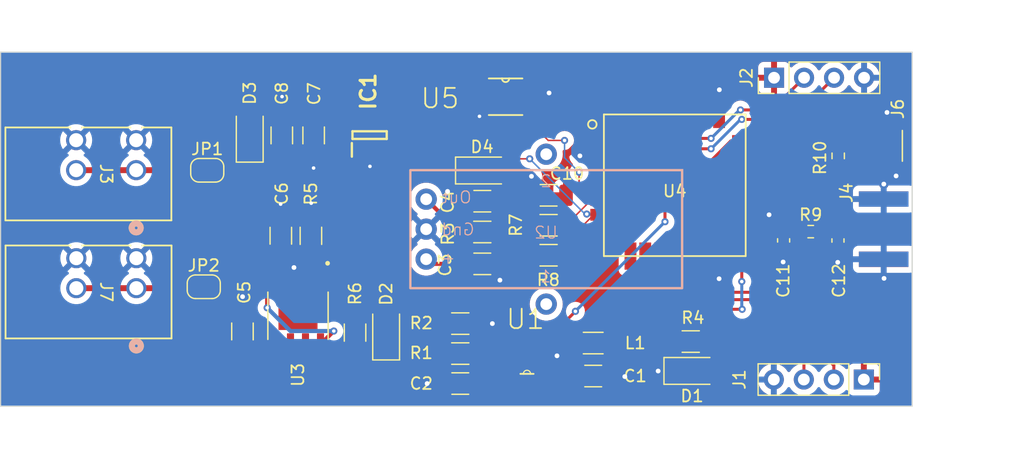
<source format=kicad_pcb>
(kicad_pcb (version 20221018) (generator pcbnew)
  (layers (0 "F.Cu" signal) (31 "B.Cu" signal) (34 "B.Paste" user) (35 "F.Paste" user) (36 "B.SilkS" user "B.Silkscreen") (37 "F.SilkS" user "F.Silkscreen") (38 "B.Mask" user) (39 "F.Mask" user) (44 "Edge.Cuts" user))
  (net 0 "")
  (net 1 "+3.3V")
  (net 2 "GND")
  (net 3 "+5V")
  (net 4 "CURRENT_SENSOR")
  (net 5 "BAT")
  (net 6 "Net-(JP2-B)")
  (net 7 "Net-(D3-K)")
  (net 8 "Net-(U4-RFIO)")
  (net 9 "Net-(J4-SIG)")
  (net 10 "Net-(D1-A)")
  (net 11 "Net-(D2-K)")
  (net 12 "Net-(D2-A)")
  (net 13 "Net-(D3-A)")
  (net 16 "RX")
  (net 17 "TX")
  (net 18 "SWDIO")
  (net 19 "SWCLK")
  (net 20 "Net-(J6-SIG)")
  (net 21 "Net-(JP2-A)")
  (net 22 "Net-(U1-SW)")
  (net 23 "Net-(U1-VFB)")
  (net 24 "Net-(U2-OUT)")
  (net 25 "LED")
  (net 26 "Net-(U3-PROG)")
  (net 27 "TEMP_SCL")
  (net 28 "TEMP_SDA")
  (net 29 "STEP-UP-EN")
  (footprint "Capacitor_SMD:C_1206_3216Metric" (layer "F.Cu") (at 103.32 143.665 90)
    (fp_text reference "C5" (at 3.302 0.15 90) (layer "F.SilkS"))
    (fp_text value "10uF")
    (pad "1" smd roundrect (at -1.475 0 90) (size 1.15 1.8) (layers "F.Cu" "F.Paste" "F.Mask") (roundrect_rratio 0.217391) (net 5 "BAT"))
    (pad "2" smd roundrect (at 1.475 0 90) (size 1.15 1.8) (layers "F.Cu" "F.Paste" "F.Mask") (roundrect_rratio 0.217391) (net 2 "GND"))
  )
  (footprint "KF141R-2-54-2P:CONN_KF141R_CKE" (layer "F.Cu") (at 94.326101 130 -90)
    (fp_text reference "J3" (at 0.32004 2.54 -90 unlocked) (layer "F.SilkS"))
    (fp_text value "KF141R-2.54-2P")
    (pad "1" thru_hole circle (at -2.54 0 270) (size 1.7018 1.7018) (drill 1.1938) (layers "*.Cu" "*.Mask") (net 2 "GND"))
    (pad "1" thru_hole circle (at -2.54 5.08 270) (size 1.7018 1.7018) (drill 1.1938) (layers "*.Cu" "*.Mask") (net 2 "GND"))
    (pad "2" thru_hole circle (at 0 0 270) (size 1.7018 1.7018) (drill 1.1938) (layers "*.Cu" "*.Mask" "B.Paste") (net 5 "BAT"))
    (pad "2" thru_hole circle (at 0 5.08 270) (size 1.7018 1.7018) (drill 1.1938) (layers "*.Cu" "*.Mask") (net 5 "BAT"))
  )
  (footprint "Capacitor_SMD:C_1206_3216Metric" (layer "F.Cu") (at 109.345 127.055 -90)
    (fp_text reference "C7" (at -3.53 -0.04 90) (layer "F.SilkS"))
    (fp_text value "2.2uF")
    (pad "1" smd roundrect (at -1.475 0 270) (size 1.15 1.8) (layers "F.Cu" "F.Paste" "F.Mask") (roundrect_rratio 0.217391) (net 1 "+3.3V"))
    (pad "2" smd roundrect (at 1.475 0 270) (size 1.15 1.8) (layers "F.Cu" "F.Paste" "F.Mask") (roundrect_rratio 0.217391) (net 2 "GND"))
  )
  (footprint "LM75BDP_118:SOP65P490X110-8N" (layer "F.Cu") (at 125.59 123.78)
    (fp_text reference "U5" (at -5.55 0.14) (layer "F.SilkS") (effects (font (size 1.642031 1.642031))))
    (fp_text value "LM75B")
    (pad "1" smd rect (at -2.2098 -0.9652) (size 1.4224 0.508) (layers "F.Cu" "F.Paste" "F.Mask") (net 28 "TEMP_SDA"))
    (pad "2" smd rect (at -2.2098 -0.3302) (size 1.4224 0.508) (layers "F.Cu" "F.Paste" "F.Mask") (net 27 "TEMP_SCL"))
    (pad "3" smd rect (at -2.2098 0.3302) (size 1.4224 0.508) (layers "F.Cu" "F.Paste" "F.Mask"))
    (pad "4" smd rect (at -2.2098 0.9652) (size 1.4224 0.508) (layers "F.Cu" "F.Paste" "F.Mask") (net 2 "GND"))
    (pad "5" smd rect (at 2.2098 0.9652) (size 1.4224 0.508) (layers "F.Cu" "F.Paste" "F.Mask") (net 2 "GND"))
    (pad "6" smd rect (at 2.2098 0.3302) (size 1.4224 0.508) (layers "F.Cu" "F.Paste" "F.Mask") (net 2 "GND"))
    (pad "7" smd rect (at 2.2098 -0.3302) (size 1.4224 0.508) (layers "F.Cu" "F.Paste" "F.Mask") (net 2 "GND"))
    (pad "8" smd rect (at 2.2098 -0.9652) (size 1.4224 0.508) (layers "F.Cu" "F.Paste" "F.Mask") (net 1 "+3.3V"))
  )
  (footprint "LED_SMD:LED_1206_3216Metric" (layer "F.Cu") (at 115.48 143.795 90)
    (fp_text reference "D2" (at 3.302 0 90) (layer "F.SilkS"))
    (fp_text value "LED")
    (pad "1" smd roundrect (at -1.4 0 90) (size 1.25 1.75) (layers "F.Cu" "F.Paste" "F.Mask") (roundrect_rratio 0.2) (net 11 "Net-(D2-K)"))
    (pad "2" smd roundrect (at 1.4 0 90) (size 1.25 1.75) (layers "F.Cu" "F.Paste" "F.Mask") (roundrect_rratio 0.2) (net 12 "Net-(D2-A)"))
  )
  (footprint "Resistor_SMD:R_1206_3216Metric" (layer "F.Cu") (at 123.62 135.24 180)
    (fp_text reference "R3" (at 2.92 -0.16 90) (layer "F.SilkS"))
    (fp_text value "1k")
    (pad "1" smd roundrect (at -1.4625 0 180) (size 1.125 1.75) (layers "F.Cu" "F.Paste" "F.Mask") (roundrect_rratio 0.222222) (net 4 "CURRENT_SENSOR"))
    (pad "2" smd roundrect (at 1.4625 0 180) (size 1.125 1.75) (layers "F.Cu" "F.Paste" "F.Mask") (roundrect_rratio 0.222222) (net 24 "Net-(U2-OUT)"))
  )
  (footprint "Capacitor_SMD:C_1206_3216Metric" (layer "F.Cu") (at 106.5665 135.5565 90)
    (fp_text reference "C6" (at 3.556 0.074 90) (layer "F.SilkS"))
    (fp_text value "10uF")
    (pad "1" smd roundrect (at -1.475 0 90) (size 1.15 1.8) (layers "F.Cu" "F.Paste" "F.Mask") (roundrect_rratio 0.217391) (net 6 "Net-(JP2-B)"))
    (pad "2" smd roundrect (at 1.475 0 90) (size 1.15 1.8) (layers "F.Cu" "F.Paste" "F.Mask") (roundrect_rratio 0.217391) (net 2 "GND"))
  )
  (footprint "Connector_PinHeader_2.54mm:PinHeader_1x04_P2.54mm_Vertical" (layer "F.Cu") (at 155.91 147.74 -90)
    (fp_text reference "J1" (at 0 10.53 90) (layer "F.SilkS"))
    (fp_text value "Conn_01x04_Pin")
    (pad "1" thru_hole rect (at 0 0 270) (size 1.7 1.7) (drill 1) (layers "*.Cu" "*.Mask") (net 1 "+3.3V"))
    (pad "2" thru_hole oval (at 0 2.54 270) (size 1.7 1.7) (drill 1) (layers "*.Cu" "*.Mask") (net 17 "TX"))
    (pad "3" thru_hole oval (at 0 5.08 270) (size 1.7 1.7) (drill 1) (layers "*.Cu" "*.Mask") (net 16 "RX"))
    (pad "4" thru_hole oval (at 0 7.62 270) (size 1.7 1.7) (drill 1) (layers "*.Cu" "*.Mask") (net 2 "GND"))
  )
  (footprint "Resistor_SMD:R_1206_3216Metric" (layer "F.Cu") (at 129.23 134.67 180)
    (fp_text reference "R7" (at 2.77 0.01 90) (layer "F.SilkS"))
    (fp_text value "10k")
    (pad "1" smd roundrect (at -1.4625 0 180) (size 1.125 1.75) (layers "F.Cu" "F.Paste" "F.Mask") (roundrect_rratio 0.222222) (net 27 "TEMP_SCL"))
    (pad "2" smd roundrect (at 1.4625 0 180) (size 1.125 1.75) (layers "F.Cu" "F.Paste" "F.Mask") (roundrect_rratio 0.222222) (net 1 "+3.3V"))
  )
  (footprint "Capacitor_SMD:C_1206_3216Metric" (layer "F.Cu") (at 106.65 127.055 90)
    (fp_text reference "C8" (at 3.556 0 90) (layer "F.SilkS"))
    (fp_text value "1uF")
    (pad "1" smd roundrect (at -1.475 0 90) (size 1.15 1.8) (layers "F.Cu" "F.Paste" "F.Mask") (roundrect_rratio 0.217391) (net 7 "Net-(D3-K)"))
    (pad "2" smd roundrect (at 1.475 0 90) (size 1.15 1.8) (layers "F.Cu" "F.Paste" "F.Mask") (roundrect_rratio 0.217391) (net 2 "GND"))
  )
  (footprint "Resistor_SMD:R_1206_3216Metric" (layer "F.Cu") (at 121.7554 145.54 180)
    (fp_text reference "R1" (at 3.302 0.054) (layer "F.SilkS"))
    (fp_text value "976k")
    (pad "1" smd roundrect (at -1.4625 0 180) (size 1.125 1.75) (layers "F.Cu" "F.Paste" "F.Mask") (roundrect_rratio 0.222222) (net 3 "+5V"))
    (pad "2" smd roundrect (at 1.4625 0 180) (size 1.125 1.75) (layers "F.Cu" "F.Paste" "F.Mask") (roundrect_rratio 0.222222) (net 23 "Net-(U1-VFB)"))
  )
  (footprint "Capacitor_SMD:C_1206_3216Metric" (layer "F.Cu") (at 129.23 132.13 180)
    (fp_text reference "C10" (at -1.56 1.84) (layer "F.SilkS"))
    (fp_text value "4.7uF")
    (pad "1" smd roundrect (at -1.475 0 180) (size 1.15 1.8) (layers "F.Cu" "F.Paste" "F.Mask") (roundrect_rratio 0.217391) (net 1 "+3.3V"))
    (pad "2" smd roundrect (at 1.475 0 180) (size 1.15 1.8) (layers "F.Cu" "F.Paste" "F.Mask") (roundrect_rratio 0.217391) (net 2 "GND"))
  )
  (footprint "Resistor_SMD:R_1206_3216Metric" (layer "F.Cu") (at 112.85 143.765 90)
    (fp_text reference "R6" (at 3.302 0 90) (layer "F.SilkS"))
    (fp_text value "650")
    (pad "1" smd roundrect (at -1.4625 0 90) (size 1.125 1.75) (layers "F.Cu" "F.Paste" "F.Mask") (roundrect_rratio 0.222222) (net 6 "Net-(JP2-B)"))
    (pad "2" smd roundrect (at 1.4625 0 90) (size 1.125 1.75) (layers "F.Cu" "F.Paste" "F.Mask") (roundrect_rratio 0.222222) (net 12 "Net-(D2-A)"))
  )
  (footprint "Inductor_SMD:L_1206_3216Metric" (layer "F.Cu") (at 133.0054 144.65 180)
    (fp_text reference "L1" (at -3.556 0) (layer "F.SilkS"))
    (fp_text value "4.7uH")
    (pad "1" smd roundrect (at -1.575 0 180) (size 1.05 1.9) (layers "F.Cu" "F.Paste" "F.Mask") (roundrect_rratio 0.238095) (net 1 "+3.3V"))
    (pad "2" smd roundrect (at 1.575 0 180) (size 1.05 1.9) (layers "F.Cu" "F.Paste" "F.Mask") (roundrect_rratio 0.238095) (net 22 "Net-(U1-SW)"))
  )
  (footprint "Resistor_SMD:R_0603_1608Metric" (layer "F.Cu") (at 151.415 135.208)
    (fp_text reference "R9" (at 0 -1.43) (layer "F.SilkS"))
    (fp_text value "0")
    (pad "1" smd roundrect (at -0.825 0) (size 0.8 0.95) (layers "F.Cu" "F.Paste" "F.Mask") (net 8 "Net-(U4-RFIO)"))
    (pad "2" smd roundrect (at 0.825 0) (size 0.8 0.95) (layers "F.Cu" "F.Paste" "F.Mask") (net 9 "Net-(J4-SIG)"))
  )
  (footprint "Jumper:SolderJumper-2_P1.3mm_Open_RoundedPad1.0x1.5mm" (layer "F.Cu") (at 100.045 139.88)
    (fp_text reference "JP2" (at 0 -1.8) (layer "F.SilkS"))
    (fp_text value "SolderJumper_2_Open")
    (pad "1" smd custom (at -0.65 0) (size 1 0.5) (layers "F.Cu" "F.Mask") (net 21 "Net-(JP2-A)") (options (clearance outline) (anchor rect)) (primitives (gr_circle (center 0 0.25) (end 0.5 0.25) (width 0) (fill yes)) (gr_circle (center 0 -0.25) (end 0.5 -0.25) (width 0) (fill yes)) (gr_poly (pts (xy 0.5 0.75) (xy 0 0.75) (xy 0 -0.75) (xy 0.5 -0.75)) (width 0) (fill yes))))
    (pad "2" smd custom (at 0.65 0) (size 1 0.5) (layers "F.Cu" "F.Mask") (net 6 "Net-(JP2-B)") (options (clearance outline) (anchor rect)) (primitives (gr_circle (center 0 0.25) (end 0.5 0.25) (width 0) (fill yes)) (gr_circle (center 0 -0.25) (end 0.5 -0.25) (width 0) (fill yes)) (gr_poly (pts (xy 0 0.75) (xy -0.5 0.75) (xy -0.5 -0.75) (xy 0 -0.75)) (width 0) (fill yes))))
  )
  (footprint "Capacitor_SMD:C_0603_1608Metric" (layer "F.Cu") (at 149.12 135.95 -90)
    (fp_text reference "C11" (at 3.42 0.03 90) (layer "F.SilkS"))
    (fp_text value "DNP")
    (pad "1" smd roundrect (at -0.775 0 270) (size 0.9 0.95) (layers "F.Cu" "F.Paste" "F.Mask") (net 8 "Net-(U4-RFIO)"))
    (pad "2" smd roundrect (at 0.775 0 270) (size 0.9 0.95) (layers "F.Cu" "F.Paste" "F.Mask") (net 2 "GND"))
  )
  (footprint "Capacitor_SMD:C_1206_3216Metric" (layer "F.Cu") (at 123.62 132.63 180)
    (fp_text reference "C4" (at 2.94 -0.05 90) (layer "F.SilkS"))
    (fp_text value "100nF")
    (pad "1" smd roundrect (at -1.475 0 180) (size 1.15 1.8) (layers "F.Cu" "F.Paste" "F.Mask") (roundrect_rratio 0.217391) (net 4 "CURRENT_SENSOR"))
    (pad "2" smd roundrect (at 1.475 0 180) (size 1.15 1.8) (layers "F.Cu" "F.Paste" "F.Mask") (roundrect_rratio 0.217391) (net 2 "GND"))
  )
  (footprint "KF141R-2-54-2P:CONN_KF141R_CKE" (layer "F.Cu") (at 94.34 140 -90)
    (fp_text reference "J7" (at 0.32004 2.54 -90 unlocked) (layer "F.SilkS"))
    (fp_text value "KF141R-2.54-2P")
    (pad "1" thru_hole circle (at -2.54 0 270) (size 1.7018 1.7018) (drill 1.1938) (layers "*.Cu" "*.Mask") (net 2 "GND"))
    (pad "1" thru_hole circle (at -2.54 5.08 270) (size 1.7018 1.7018) (drill 1.1938) (layers "*.Cu" "*.Mask") (net 2 "GND"))
    (pad "2" thru_hole circle (at 0 0 270) (size 1.7018 1.7018) (drill 1.1938) (layers "*.Cu" "*.Mask" "B.Paste") (net 21 "Net-(JP2-A)"))
    (pad "2" thru_hole circle (at 0 5.08 270) (size 1.7018 1.7018) (drill 1.1938) (layers "*.Cu" "*.Mask") (net 21 "Net-(JP2-A)"))
  )
  (footprint "MCP1640T-I_CHY:SOT95P270X145-6N" (layer "F.Cu") (at 127.4 145.71 180)
    (fp_text reference "U1" (at 0.1344 3.08) (layer "F.SilkS") (effects (font (size 1.641079 1.641079))))
    (fp_text value "MCP1640T-I_CHY")
    (pad "1" smd rect (at -1.2954 -0.9398 180) (size 1.3208 0.5588) (layers "F.Cu" "F.Paste" "F.Mask") (net 22 "Net-(U1-SW)"))
    (pad "2" smd rect (at -1.2954 0 180) (size 1.3208 0.5588) (layers "F.Cu" "F.Paste" "F.Mask") (net 2 "GND"))
    (pad "3" smd rect (at -1.2954 0.9398 180) (size 1.3208 0.5588) (layers "F.Cu" "F.Paste" "F.Mask") (net 29 "STEP-UP-EN"))
    (pad "4" smd rect (at 1.2954 0.9398 180) (size 1.3208 0.5588) (layers "F.Cu" "F.Paste" "F.Mask") (net 23 "Net-(U1-VFB)"))
    (pad "5" smd rect (at 1.2954 0 180) (size 1.3208 0.5588) (layers "F.Cu" "F.Paste" "F.Mask") (net 3 "+5V"))
    (pad "6" smd rect (at 1.2954 -0.9398 180) (size 1.3208 0.5588) (layers "F.Cu" "F.Paste" "F.Mask") (net 1 "+3.3V"))
  )
  (footprint "Resistor_SMD:R_0603_1608Metric" (layer "F.Cu") (at 153.74 128.79 90)
    (fp_text reference "R10" (at -0.165 -1.54 90) (layer "F.SilkS"))
    (fp_text value "0")
    (pad "1" smd roundrect (at -0.825 0 90) (size 0.8 0.95) (layers "F.Cu" "F.Paste" "F.Mask") (net 9 "Net-(J4-SIG)"))
    (pad "2" smd roundrect (at 0.825 0 90) (size 0.8 0.95) (layers "F.Cu" "F.Paste" "F.Mask") (net 20 "Net-(J6-SIG)"))
  )
  (footprint "Capacitor_SMD:C_1206_3216Metric" (layer "F.Cu") (at 123.62 137.94)
    (fp_text reference "C3" (at -3.15 0.09 90) (layer "F.SilkS"))
    (fp_text value "100nF")
    (pad "1" smd roundrect (at -1.475 0) (size 1.15 1.8) (layers "F.Cu" "F.Paste" "F.Mask") (roundrect_rratio 0.217391) (net 3 "+5V"))
    (pad "2" smd roundrect (at 1.475 0) (size 1.15 1.8) (layers "F.Cu" "F.Paste" "F.Mask") (roundrect_rratio 0.217391) (net 2 "GND"))
  )
  (footprint "Capacitor_SMD:C_0603_1608Metric" (layer "F.Cu") (at 153.72 135.96 -90)
    (fp_text reference "C12" (at 3.41 -0.08 90) (layer "F.SilkS"))
    (fp_text value "DNP")
    (pad "1" smd roundrect (at -0.775 0 270) (size 0.9 0.95) (layers "F.Cu" "F.Paste" "F.Mask") (net 9 "Net-(J4-SIG)"))
    (pad "2" smd roundrect (at 0.775 0 270) (size 0.9 0.95) (layers "F.Cu" "F.Paste" "F.Mask") (net 2 "GND"))
  )
  (footprint "LIB_HT7833:SOT95P280X80-5N" (layer "F.Cu") (at 114.08 127.03 90)
    (fp_text reference "IC1" (at 3.7 -0.11 90) (layer "F.SilkS") (effects (font (size 1.27 1.27) (thickness 0.254))))
    (fp_text value "HT7833" hide)
    (pad "1" smd rect (at -1.25 -0.95 180) (size 0.6 1.15) (layers "F.Cu" "F.Paste" "F.Mask") (net 7 "Net-(D3-K)"))
    (pad "2" smd rect (at -1.25 0 180) (size 0.6 1.15) (layers "F.Cu" "F.Paste" "F.Mask") (net 2 "GND"))
    (pad "3" smd rect (at -1.25 0.95 180) (size 0.6 1.15) (layers "F.Cu" "F.Paste" "F.Mask"))
    (pad "4" smd rect (at 1.25 0.95 180) (size 0.6 1.15) (layers "F.Cu" "F.Paste" "F.Mask"))
    (pad "5" smd rect (at 1.25 -0.95 180) (size 0.6 1.15) (layers "F.Cu" "F.Paste" "F.Mask") (net 1 "+3.3V"))
  )
  (footprint "TP4056:SOP127P600X175-9N" (layer "F.Cu") (at 108.02 142.335 -90)
    (fp_text reference "U3" (at 5.0115 0.0035 -270) (layer "F.SilkS"))
    (fp_text value "TP4056")
    (pad "1" smd roundrect (at -2.475 -1.905 270) (size 1.97 0.6) (layers "F.Cu" "F.Paste" "F.Mask") (roundrect_rratio 0.07))
    (pad "2" smd roundrect (at -2.475 -0.635 270) (size 1.97 0.6) (layers "F.Cu" "F.Paste" "F.Mask") (roundrect_rratio 0.07) (net 26 "Net-(U3-PROG)"))
    (pad "3" smd roundrect (at -2.475 0.635 270) (size 1.97 0.6) (layers "F.Cu" "F.Paste" "F.Mask") (roundrect_rratio 0.07) (net 2 "GND"))
    (pad "4" smd roundrect (at -2.475 1.905 270) (size 1.97 0.6) (layers "F.Cu" "F.Paste" "F.Mask") (roundrect_rratio 0.07) (net 6 "Net-(JP2-B)"))
    (pad "5" smd roundrect (at 2.475 1.905 270) (size 1.97 0.6) (layers "F.Cu" "F.Paste" "F.Mask") (roundrect_rratio 0.07) (net 5 "BAT"))
    (pad "6" smd roundrect (at 2.475 0.635 270) (size 1.97 0.6) (layers "F.Cu" "F.Paste" "F.Mask") (roundrect_rratio 0.07))
    (pad "7" smd roundrect (at 2.475 -0.635 270) (size 1.97 0.6) (layers "F.Cu" "F.Paste" "F.Mask") (roundrect_rratio 0.07) (net 11 "Net-(D2-K)"))
    (pad "8" smd roundrect (at 2.475 -1.905 270) (size 1.97 0.6) (layers "F.Cu" "F.Paste" "F.Mask") (roundrect_rratio 0.07) (net 6 "Net-(JP2-B)"))
    (pad "9" smd rect (at 0 0 270) (size 2.413 3.302) (layers "F.Cu" "F.Mask"))
  )
  (footprint "Connector_PinHeader_2.54mm:PinHeader_1x04_P2.54mm_Vertical" (layer "F.Cu") (at 148.31 122.17 90)
    (fp_text reference "J2" (at 0 -2.33 90) (layer "F.SilkS"))
    (fp_text value "Conn_01x04_Pin")
    (pad "1" thru_hole rect (at 0 0 90) (size 1.7 1.7) (drill 1) (layers "*.Cu" "*.Mask") (net 1 "+3.3V"))
    (pad "2" thru_hole oval (at 0 2.54 90) (size 1.7 1.7) (drill 1) (layers "*.Cu" "*.Mask") (net 18 "SWDIO"))
    (pad "3" thru_hole oval (at 0 5.08 90) (size 1.7 1.7) (drill 1) (layers "*.Cu" "*.Mask") (net 19 "SWCLK"))
    (pad "4" thru_hole oval (at 0 7.62 90) (size 1.7 1.7) (drill 1) (layers "*.Cu" "*.Mask") (net 2 "GND"))
  )
  (footprint "Diode_SMD:D_1206_3216Metric" (layer "F.Cu") (at 123.64 130.03)
    (fp_text reference "D4" (at -0.04 -2) (layer "F.SilkS"))
    (fp_text value "D_Schottky")
    (pad "1" smd roundrect (at -1.4 0) (size 1.25 1.75) (layers "F.Cu" "F.Paste" "F.Mask") (roundrect_rratio 0.2) (net 1 "+3.3V"))
    (pad "2" smd roundrect (at 1.4 0) (size 1.25 1.75) (layers "F.Cu" "F.Paste" "F.Mask") (roundrect_rratio 0.2) (net 4 "CURRENT_SENSOR"))
  )
  (footprint "Resistor_SMD:R_1206_3216Metric" (layer "F.Cu") (at 121.7554 143)
    (fp_text reference "R2" (at -3.302 -0.042) (layer "F.SilkS"))
    (fp_text value "309k")
    (pad "1" smd roundrect (at -1.4625 0) (size 1.125 1.75) (layers "F.Cu" "F.Paste" "F.Mask") (roundrect_rratio 0.222222) (net 23 "Net-(U1-VFB)"))
    (pad "2" smd roundrect (at 1.4625 0) (size 1.125 1.75) (layers "F.Cu" "F.Paste" "F.Mask") (roundrect_rratio 0.222222) (net 2 "GND"))
  )
  (footprint "Resistor_SMD:R_1206_3216Metric" (layer "F.Cu") (at 141.26 144.521625 180)
    (fp_text reference "R4" (at -0.181625 2.011625) (layer "F.SilkS"))
    (fp_text value "100")
    (pad "1" smd roundrect (at -1.4625 0 180) (size 1.125 1.75) (layers "F.Cu" "F.Paste" "F.Mask") (roundrect_rratio 0.222222) (net 10 "Net-(D1-A)"))
    (pad "2" smd roundrect (at 1.4625 0 180) (size 1.125 1.75) (layers "F.Cu" "F.Paste" "F.Mask") (roundrect_rratio 0.222222) (net 25 "LED"))
  )
  (footprint "Capacitor_SMD:C_1206_3216Metric" (layer "F.Cu") (at 133.0054 147.444)
    (fp_text reference "C1" (at 3.556 0) (layer "F.SilkS"))
    (fp_text value "4.7uF")
    (pad "1" smd roundrect (at -1.475 0) (size 1.15 1.8) (layers "F.Cu" "F.Paste" "F.Mask") (roundrect_rratio 0.217391) (net 1 "+3.3V"))
    (pad "2" smd roundrect (at 1.475 0) (size 1.15 1.8) (layers "F.Cu" "F.Paste" "F.Mask") (roundrect_rratio 0.217391) (net 2 "GND"))
  )
  (footprint "U.FL-R-SMT_01_:HRS_U.FL-R-SMT_01_" (layer "F.Cu") (at 157.87 127.94 -90)
    (fp_text reference "J6" (at -3.13 -0.91 90) (layer "F.SilkS") (effects (font (size 1.001126 1.001126))))
    (fp_text value "U.FL-R-SMT_01_")
    (pad "1" smd rect (at -1.475 0 270) (size 1.1 2.25) (layers "F.Cu" "F.Paste" "F.Mask") (net 2 "GND"))
    (pad "2" smd rect (at 1.475 0 270) (size 1.1 2.25) (layers "F.Cu" "F.Paste" "F.Mask") (net 2 "GND"))
    (pad "3" smd rect (at 0 1.55 270) (size 1.05 1.1) (layers "F.Cu" "F.Paste" "F.Mask") (net 20 "Net-(J6-SIG)"))
    (zone (net 0) (net_name "") (layer "F.Cu") (connect_pads (clearance 0)) (min_thickness 0.01)
      (keepout (tracks not_allowed) (vias not_allowed) (pads not_allowed) (copperpour not_allowed) (footprints allowed))
      (fill (thermal_gap 0.508) (thermal_bridge_width 0.508))
      (polygon (pts (xy 159.02 127.036936) (xy 159.02 128.84) (xy 156.906732 128.84) (xy 156.906732 127.036936)))
    )
  )
  (footprint "Resistor_SMD:R_1206_3216Metric" (layer "F.Cu") (at 129.23 137.21 180)
    (fp_text reference "R8" (at 0.02 -2.09) (layer "F.SilkS"))
    (fp_text value "10k")
    (pad "1" smd roundrect (at -1.4625 0 180) (size 1.125 1.75) (layers "F.Cu" "F.Paste" "F.Mask") (roundrect_rratio 0.222222) (net 28 "TEMP_SDA"))
    (pad "2" smd roundrect (at 1.4625 0 180) (size 1.125 1.75) (layers "F.Cu" "F.Paste" "F.Mask") (roundrect_rratio 0.222222) (net 1 "+3.3V"))
  )
  (footprint "Resistor_SMD:R_1206_3216Metric" (layer "F.Cu") (at 109.113 135.563 -90)
    (fp_text reference "R5" (at -3.556 0 90) (layer "F.SilkS"))
    (fp_text value "2")
    (pad "1" smd roundrect (at -1.4625 0 270) (size 1.125 1.75) (layers "F.Cu" "F.Paste" "F.Mask") (roundrect_rratio 0.222222) (net 2 "GND"))
    (pad "2" smd roundrect (at 1.4625 0 270) (size 1.125 1.75) (layers "F.Cu" "F.Paste" "F.Mask") (roundrect_rratio 0.222222) (net 26 "Net-(U3-PROG)"))
  )
  (footprint "Jumper:SolderJumper-2_P1.3mm_Open_RoundedPad1.0x1.5mm" (layer "F.Cu") (at 100.34 130.01)
    (fp_text reference "JP1" (at 0 -1.8) (layer "F.SilkS"))
    (fp_text value "SolderJumper_2_Open")
    (pad "1" smd custom (at -0.65 0) (size 1 0.5) (layers "F.Cu" "F.Mask") (net 5 "BAT") (options (clearance outline) (anchor rect)) (primitives (gr_circle (center 0 0.25) (end 0.5 0.25) (width 0) (fill yes)) (gr_circle (center 0 -0.25) (end 0.5 -0.25) (width 0) (fill yes)) (gr_poly (pts (xy 0.5 0.75) (xy 0 0.75) (xy 0 -0.75) (xy 0.5 -0.75)) (width 0) (fill yes))))
    (pad "2" smd custom (at 0.65 0) (size 1 0.5) (layers "F.Cu" "F.Mask") (net 13 "Net-(D3-A)") (options (clearance outline) (anchor rect)) (primitives (gr_circle (center 0 0.25) (end 0.5 0.25) (width 0) (fill yes)) (gr_circle (center 0 -0.25) (end 0.5 -0.25) (width 0) (fill yes)) (gr_poly (pts (xy 0 0.75) (xy -0.5 0.75) (xy -0.5 -0.75) (xy 0 -0.75)) (width 0) (fill yes))))
  )
  (footprint "LED_SMD:LED_1206_3216Metric" (layer "F.Cu") (at 141.28 147.01)
    (fp_text reference "D1" (at 0.09 2.13) (layer "F.SilkS"))
    (fp_text value "LED")
    (pad "1" smd roundrect (at -1.4 0) (size 1.25 1.75) (layers "F.Cu" "F.Paste" "F.Mask") (roundrect_rratio 0.2) (net 2 "GND"))
    (pad "2" smd roundrect (at 1.4 0) (size 1.25 1.75) (layers "F.Cu" "F.Paste" "F.Mask") (roundrect_rratio 0.2) (net 10 "Net-(D1-A)"))
  )
  (footprint "Diode_SMD:D_1206_3216Metric" (layer "F.Cu") (at 103.935 127.035 90)
    (fp_text reference "D3" (at 3.556 0 90) (layer "F.SilkS"))
    (fp_text value "D_Schottky")
    (pad "1" smd roundrect (at -1.4 0 90) (size 1.25 1.75) (layers "F.Cu" "F.Paste" "F.Mask") (roundrect_rratio 0.2) (net 7 "Net-(D3-K)"))
    (pad "2" smd roundrect (at 1.4 0 90) (size 1.25 1.75) (layers "F.Cu" "F.Paste" "F.Mask") (roundrect_rratio 0.2) (net 13 "Net-(D3-A)"))
  )
  (footprint "Capacitor_SMD:C_1206_3216Metric" (layer "F.Cu") (at 121.7554 148.08 180)
    (fp_text reference "C2" (at 3.302 0) (layer "F.SilkS"))
    (fp_text value "10uF")
    (pad "1" smd roundrect (at -1.475 0 180) (size 1.15 1.8) (layers "F.Cu" "F.Paste" "F.Mask") (roundrect_rratio 0.217391) (net 3 "+5V"))
    (pad "2" smd roundrect (at 1.475 0 180) (size 1.15 1.8) (layers "F.Cu" "F.Paste" "F.Mask") (roundrect_rratio 0.217391) (net 2 "GND"))
  )
  (footprint "BWSMA-KE-P001:BATWIRELESS_BWSMA-KE-P001" (layer "F.Cu") (at 159.69 135 90)
    (fp_text reference "J4" (at 3.08 -5.25 90) (layer "F.SilkS"))
    (fp_text value "BWSMA-KE-P001")
    (pad "1" smd rect (at 0 -2.1 90) (size 1.6 4.2) (layers "F.Cu" "F.Paste" "F.Mask") (net 9 "Net-(J4-SIG)"))
    (pad "G1" smd rect (at -2.55 -2.1 90) (size 1.3 4.2) (layers "F.Cu" "F.Paste" "F.Mask") (net 2 "GND"))
    (pad "G2" smd rect (at 2.55 -2.1 90) (size 1.3 4.2) (layers "F.Cu" "F.Paste" "F.Mask") (net 2 "GND"))
    (pad "G3" smd rect (at 2.55 -2.1 90) (size 1.3 4.2) (layers "B.Cu" "B.Paste" "B.Mask") (net 2 "GND"))
    (pad "G4" smd rect (at -2.55 -2.1 90) (size 1.3 4.2) (layers "B.Cu" "B.Paste" "B.Mask") (net 2 "GND"))
  )
  (footprint "LoRa-E5:LoRa-E5" (layer "F.Cu") (at 139.91 131.28)
    (fp_text reference "U4" (at 0 0.5) (layer "F.SilkS"))
    (fp_text value "LoRa-E5")
    (pad "1" smd rect (at -6 -3.75 90) (size 1 2.3) (layers "F.Cu" "F.Paste" "F.Mask") (net 1 "+3.3V"))
    (pad "2" smd rect (at -6 -2.5 90) (size 1 2.3) (layers "F.Cu" "F.Paste" "F.Mask") (net 2 "GND"))
    (pad "3" smd rect (at -6 -1.25 90) (size 1 2.3) (layers "F.Cu" "F.Paste" "F.Mask") (net 18 "SWDIO"))
    (pad "4" smd rect (at -6 0 90) (size 1 2.3) (layers "F.Cu" "F.Paste" "F.Mask") (net 19 "SWCLK"))
    (pad "5" smd rect (at -6 1.25 90) (size 1 2.3) (layers "F.Cu" "F.Paste" "F.Mask") (net 27 "TEMP_SCL"))
    (pad "6" smd rect (at -6 2.5 90) (size 1 2.3) (layers "F.Cu" "F.Paste" "F.Mask") (net 28 "TEMP_SDA"))
    (pad "7" smd rect (at -6 3.75 90) (size 1 2.3) (layers "F.Cu" "F.Paste" "F.Mask"))
    (pad "8" smd rect (at -3.75 6 180) (size 1 2.3) (layers "F.Cu" "F.Paste" "F.Mask"))
    (pad "9" smd rect (at -2.5 6 180) (size 1 2.3) (layers "F.Cu" "F.Paste" "F.Mask") (net 16 "RX"))
    (pad "10" smd rect (at -1.25 6 180) (size 1 2.3) (layers "F.Cu" "F.Paste" "F.Mask") (net 17 "TX"))
    (pad "11" smd rect (at 0 6 180) (size 1 2.3) (layers "F.Cu" "F.Paste" "F.Mask"))
    (pad "12" smd rect (at 1.25 6 180) (size 1 2.3) (layers "F.Cu" "F.Paste" "F.Mask"))
    (pad "13" smd rect (at 2.5 6 180) (size 1 2.3) (layers "F.Cu" "F.Paste" "F.Mask"))
    (pad "14" smd rect (at 3.75 6 180) (size 1 2.3) (layers "F.Cu" "F.Paste" "F.Mask") (net 2 "GND"))
    (pad "15" smd rect (at 6 3.75 270) (size 1 2.3) (layers "F.Cu" "F.Paste" "F.Mask") (net 8 "Net-(U4-RFIO)"))
    (pad "16" smd rect (at 6 2.5 270) (size 1 2.3) (layers "F.Cu" "F.Paste" "F.Mask") (net 2 "GND"))
    (pad "17" smd rect (at 6 1.25 270) (size 1 2.3) (layers "F.Cu" "F.Paste" "F.Mask"))
    (pad "18" smd rect (at 6 0 270) (size 1 2.3) (layers "F.Cu" "F.Paste" "F.Mask"))
    (pad "19" smd rect (at 6 -1.25 270) (size 1 2.3) (layers "F.Cu" "F.Paste" "F.Mask"))
    (pad "20" smd rect (at 6 -2.5 270) (size 1 2.3) (layers "F.Cu" "F.Paste" "F.Mask") (net 25 "LED"))
    (pad "21" smd rect (at 6 -3.75 270) (size 1 2.3) (layers "F.Cu" "F.Paste" "F.Mask") (net 29 "STEP-UP-EN"))
    (pad "22" smd rect (at 3.75 -6) (size 1 2.3) (layers "F.Cu" "F.Paste" "F.Mask") (net 2 "GND"))
    (pad "23" smd rect (at 2.5 -6) (size 1 2.3) (layers "F.Cu" "F.Paste" "F.Mask"))
    (pad "24" smd rect (at 1.25 -6) (size 1 2.3) (layers "F.Cu" "F.Paste" "F.Mask"))
    (pad "25" smd rect (at 0 -6) (size 1 2.3) (layers "F.Cu" "F.Paste" "F.Mask"))
    (pad "26" smd rect (at -1.25 -6) (size 1 2.3) (layers "F.Cu" "F.Paste" "F.Mask"))
    (pad "27" smd rect (at -2.5 -6) (size 1 2.3) (layers "F.Cu" "F.Paste" "F.Mask") (net 4 "CURRENT_SENSOR"))
    (pad "28" smd rect (at -3.75 -6) (size 1 2.3) (layers "F.Cu" "F.Paste" "F.Mask"))
  )
  (footprint "HCS-LSP:HCS-LSP" (layer "B.Cu") (at 129.03 135 180)
    (fp_text reference "U2" (at 0.02 -0.29 unlocked) (layer "B.SilkS") (effects (font (thickness 0.1)) (justify mirror)))
    (fp_text value "~" hide)
    (fp_text user "1" (at -0.4826 -4.5974 unlocked) (layer "B.SilkS") (effects (font (thickness 0.1)) (justify left bottom mirror)))
    (fp_text user "Gnd" (at 5.9944 -0.6096 unlocked) (layer "B.SilkS") (effects (font (thickness 0.1)) (justify left bottom mirror)))
    (fp_text user "+" (at 7.62 -3.0226 unlocked) (layer "B.SilkS") (effects (font (thickness 0.1)) (justify left bottom mirror)))
    (fp_text user "Out" (at 6.2484 2.1082 unlocked) (layer "B.SilkS") (effects (font (thickness 0.1)) (justify left bottom mirror)))
    (fp_text user "2" (at -0.508 3.4798 unlocked) (layer "B.SilkS") (effects (font (thickness 0.1)) (justify left bottom mirror)))
    (pad "1" thru_hole circle (at 0 -6.35 180) (size 1.8 1.8) (drill 1) (layers "*.Cu" "*.Mask"))
    (pad "2" thru_hole circle (at 0 6.35 180) (size 1.8 1.8) (drill 1) (layers "*.Cu" "*.Mask"))
    (pad "3" thru_hole circle (at 10.16 -2.54 180) (size 1.8 1.8) (drill 1) (layers "*.Cu" "*.Mask") (net 3 "+5V"))
    (pad "4" thru_hole circle (at 10.16 0 180) (size 1.8 1.8) (drill 1) (layers "*.Cu" "*.Mask") (net 2 "GND"))
    (pad "5" thru_hole circle (at 10.16 2.54 180) (size 1.8 1.8) (drill 1) (layers "*.Cu" "*.Mask") (net 24 "Net-(U2-OUT)"))
  )
  (gr_rect (start 82.85 120) (end 160 150) (stroke (width 0.1)) (fill none) (layer "Edge.Cuts"))
  (segment (start 109.345 125.58) (end 109.345 125.625) (width 0.5) (layer "F.Cu") (net 1))
  (segment (start 131.937918 127.53) (end 130.705 128.762918) (width 0.5) (layer "F.Cu") (net 1))
  (segment (start 133.91 127.53) (end 131.937918 127.53) (width 0.5) (layer "F.Cu") (net 1))
  (segment (start 126.1046 146.6498) (end 126.8988 147.444) (width 0.35) (layer "F.Cu") (net 1))
  (segment (start 131.5304 147.444) (end 134.3244 144.65) (width 0.35) (layer "F.Cu") (net 1))
  (segment (start 130.705 128.762918) (end 130.705 132.13) (width 0.5) (layer "F.Cu") (net 1))
  (segment (start 126.8988 147.444) (end 131.5304 147.444) (width 0.35) (layer "F.Cu") (net 1))
  (segment (start 109.345 125.625) (end 109.5 125.78) (width 0.5) (layer "F.Cu") (net 1))
  (segment (start 109.5 125.78) (end 113.13 125.78) (width 0.5) (layer "F.Cu") (net 1))
  (segment (start 134.3244 144.65) (end 134.5804 144.65) (width 0.35) (layer "F.Cu") (net 1))
  (segment (start 103.32 140.73) (end 103.33 140.72) (width 0.35) (layer "F.Cu") (net 2))
  (segment (start 157.59 137.55) (end 157.59 137.71) (width 0.35) (layer "F.Cu") (net 2))
  (segment (start 109.345 129.815) (end 109.34 129.82) (width 0.35) (layer "F.Cu") (net 2))
  (segment (start 143.66 123.21) (end 143.68 123.19) (width 0.35) (layer "F.Cu") (net 2))
  (segment (start 127.7998 123.4498) (end 127.7998 124.1102) (width 0.35) (layer "F.Cu") (net 2))
  (segment (start 157.59 132.45) (end 157.59 131.19) (width 0.35) (layer "F.Cu") (net 2))
  (segment (start 149.12 137.74) (end 149.08 137.78) (width 0.35) (layer "F.Cu") (net 2))
  (segment (start 127.7998 124.7452) (end 127.7998 124.1102) (width 0.35) (layer "F.Cu") (net 2))
  (segment (start 125.095 139.305) (end 125.11 139.32) (width 0.35) (layer "F.Cu") (net 2))
  (segment (start 157.59 137.71) (end 157.66 137.78) (width 0.35) (layer "F.Cu") (net 2))
  (segment (start 106.65 125.58) (end 106.65 123.79) (width 0.35) (layer "F.Cu") (net 2))
  (segment (start 107.385 139.86) (end 107.385 138.545) (width 0.35) (layer "F.Cu") (net 2))
  (segment (start 157.59 131.19) (end 157.6 131.18) (width 0.35) (layer "F.Cu") (net 2))
  (segment (start 114.08 129.65) (end 114.11 129.68) (width 0.35) (layer "F.Cu") (net 2))
  (segment (start 133.91 128.78) (end 131.89 128.78) (width 0.35) (layer "F.Cu") (net 2))
  (segment (start 157.87 126.465) (end 157.87 125.11) (width 0.35) (layer "F.Cu") (net 2))
  (segment (start 114.08 128.28) (end 114.08 129.65) (width 0.35) (layer "F.Cu") (net 2))
  (segment (start 127.755 132.13) (end 127.755 130.545) (width 0.35) (layer "F.Cu") (net 2))
  (segment (start 128.6954 145.71) (end 129.92 145.71) (width 0.35) (layer "F.Cu") (net 2))
  (segment (start 139.88 147.01) (end 138.51 147.01) (width 0.35) (layer "F.Cu") (net 2))
  (segment (start 123.2179 143) (end 124.47 143) (width 0.35) (layer "F.Cu") (net 2))
  (segment (start 127.7998 123.4498) (end 129.2598 123.4498) (width 0.35) (layer "F.Cu") (net 2))
  (segment (start 125.095 137.94) (end 125.095 139.305) (width 0.35) (layer "F.Cu") (net 2))
  (segment (start 106.5665 134.0815) (end 106.5665 132.8965) (width 0.5) (layer "F.Cu") (net 2))
  (segment (start 109.113 134.1005) (end 109.113 132.827) (width 0.5) (layer "F.Cu") (net 2))
  (segment (start 157.66 137.78) (end 157.62 137.82) (width 0.35) (layer "F.Cu") (net 2))
  (segment (start 143.66 125.28) (end 143.66 123.21) (width 0.35) (layer "F.Cu") (net 2))
  (segment (start 131.89 128.78) (end 131.88 128.79) (width 0.35) (layer "F.Cu") (net 2))
  (segment (start 106.5665 132.8965) (end 106.55 132.88) (width 0.5) (layer "F.Cu") (net 2))
  (segment (start 122.145 132.63) (end 121.51 132.63) (width 0.35) (layer "F.Cu") (net 2))
  (segment (start 135.634 147.444) (end 135.68 147.49) (width 0.35) (layer "F.Cu") (net 2))
  (segment (start 149.12 136.725) (end 149.12 137.74) (width 0.35) (layer "F.Cu") (net 2))
  (segment (start 138.51 147.01) (end 138.5 147.02) (width 0.35) (layer "F.Cu") (net 2))
  (segment (start 157.87 129.72) (end 158.64 130.49) (width 0.35) (layer "F.Cu") (net 2))
  (segment (start 123.3802 125.4398) (end 123.38 125.44) (width 0.35) (layer "F.Cu") (net 2))
  (segment (start 129.2598 123.4498) (end 129.27 123.46) (width 0.35) (layer "F.Cu") (net 2))
  (segment (start 109.113 132.827) (end 109.14 132.8) (width 0.5) (layer "F.Cu") (net 2))
  (segment (start 153.72 136.735) (end 153.72 137.79) (width 0.35) (layer "F.Cu") (net 2))
  (segment (start 157.87 129.415) (end 157.87 129.72) (width 0.35) (layer "F.Cu") (net 2))
  (segment (start 129.92 145.71) (end 129.94 145.73) (width 0.35) (layer "F.Cu") (net 2))
  (segment (start 109.345 128.53) (end 109.345 129.815) (width 0.35) (layer "F.Cu") (net 2))
  (segment (start 143.66 137.28) (end 143.66 139.2) (width 0.35) (layer "F.Cu") (net 2))
  (segment (start 157.62 137.82) (end 157.62 139.17) (width 0.35) (layer "F.Cu") (net 2))
  (segment (start 103.32 142.19) (end 103.32 140.73) (width 0.35) (layer "F.Cu") (net 2))
  (segment (start 134.4804 147.444) (end 135.634 147.444) (width 0.35) (layer "F.Cu") (net 2))
  (segment (start 121.51 132.63) (end 120.68 131.8) (width 0.35) (layer "F.Cu") (net 2))
  (segment (start 127.755 130.545) (end 127.78 130.52) (width 0.35) (layer "F.Cu") (net 2))
  (segment (start 153.72 137.79) (end 153.7 137.81) (width 0.35) (layer "F.Cu") (net 2))
  (segment (start 107.385 138.545) (end 107.68 138.25) (width 0.35) (layer "F.Cu") (net 2))
  (segment (start 120.2804 148.08) (end 118.95 148.08) (width 0.35) (layer "F.Cu") (net 2))
  (segment (start 106.65 123.79) (end 106.67 123.77) (width 0.35) (layer "F.Cu") (net 2))
  (segment (start 145.91 133.78) (end 147.89 133.78) (width 0.35) (layer "F.Cu") (net 2))
  (segment (start 123.3802 124.7452) (end 123.3802 125.4398) (width 0.35) (layer "F.Cu") (net 2))
  (via (at 138.5 147.02) (size 0.8) (drill 0.4) (layers "F.Cu" "B.Cu") (net 2))
  (via (at 107.68 138.25) (size 0.8) (drill 0.4) (layers "F.Cu" "B.Cu") (net 2))
  (via (at 125.11 139.32) (size 0.8) (drill 0.4) (layers "F.Cu" "B.Cu") (net 2))
  (via (at 157.87 125.11) (size 0.8) (drill 0.4) (layers "F.Cu" "B.Cu") (net 2))
  (via (at 149.08 137.78) (size 0.8) (drill 0.4) (layers "F.Cu" "B.Cu") (net 2))
  (via (at 129.94 145.73) (size 0.8) (drill 0.4) (layers "F.Cu" "B.Cu") (net 2))
  (via (at 114.11 129.68) (size 0.6) (drill 0.3) (layers "F.Cu" "B.Cu") (net 2))
  (via (at 135.68 147.49) (size 0.8) (drill 0.4) (layers "F.Cu" "B.Cu") (net 2))
  (via (at 109.14 132.8) (size 0.6) (drill 0.3) (layers "F.Cu" "B.Cu") (net 2))
  (via (at 153.7 137.81) (size 0.8) (drill 0.4) (layers "F.Cu" "B.Cu") (net 2))
  (via (at 106.67 123.77) (size 0.6) (drill 0.3) (layers "F.Cu" "B.Cu") (net 2))
  (via (at 143.68 123.19) (size 0.8) (drill 0.4) (layers "F.Cu" "B.Cu") (net 2))
  (via (at 103.33 140.72) (size 0.8) (drill 0.4) (layers "F.Cu" "B.Cu") (net 2))
  (via (at 131.88 128.79) (size 0.8) (drill 0.4) (layers "F.Cu" "B.Cu") (net 2))
  (via (at 158.64 130.49) (size 0.8) (drill 0.4) (layers "F.Cu" "B.Cu") (net 2))
  (via (at 129.27 123.46) (size 0.8) (drill 0.4) (layers "F.Cu" "B.Cu") (net 2))
  (via (at 147.89 133.78) (size 0.8) (drill 0.4) (layers "F.Cu" "B.Cu") (net 2))
  (via (at 124.47 143) (size 0.8) (drill 0.4) (layers "F.Cu" "B.Cu") (net 2))
  (via (at 157.6 131.18) (size 0.8) (drill 0.4) (layers "F.Cu" "B.Cu") (net 2))
  (via (at 109.34 129.82) (size 0.6) (drill 0.3) (layers "F.Cu" "B.Cu") (net 2))
  (via (at 120.68 131.8) (size 0.8) (drill 0.4) (layers "F.Cu" "B.Cu") (net 2))
  (via (at 127.78 130.52) (size 0.8) (drill 0.4) (layers "F.Cu" "B.Cu") (net 2))
  (via (at 106.55 132.88) (size 0.6) (drill 0.3) (layers "F.Cu" "B.Cu") (net 2))
  (via (at 143.66 139.2) (size 0.8) (drill 0.4) (layers "F.Cu" "B.Cu") (net 2))
  (via (at 118.95 148.08) (size 0.8) (drill 0.4) (layers "F.Cu" "B.Cu") (net 2))
  (via (at 157.62 139.17) (size 0.8) (drill 0.4) (layers "F.Cu" "B.Cu") (net 2))
  (via (at 123.38 125.44) (size 0.6) (drill 0.3) (layers "F.Cu" "B.Cu") (net 2))
  (segment (start 117.83 148.056016) (end 119.223984 149.45) (width 0.35) (layer "F.Cu") (net 3))
  (segment (start 122.145 137.94) (end 119.27 137.94) (width 0.35) (layer "F.Cu") (net 3))
  (segment (start 122.145 137.94) (end 117.83 142.255) (width 0.35) (layer "F.Cu") (net 3))
  (segment (start 117.83 142.255) (end 117.83 148.056016) (width 0.35) (layer "F.Cu") (net 3))
  (segment (start 123.2179 145.54) (end 123.2179 148.0675) (width 0.5) (layer "F.Cu") (net 3))
  (segment (start 121.8604 149.45) (end 123.2304 148.08) (width 0.35) (layer "F.Cu") (net 3))
  (segment (start 123.3879 145.71) (end 123.2179 145.54) (width 0.5) (layer "F.Cu") (net 3))
  (segment (start 119.27 137.94) (end 118.87 137.54) (width 0.35) (layer "F.Cu") (net 3))
  (segment (start 123.2179 148.0675) (end 123.2304 148.08) (width 0.5) (layer "F.Cu") (net 3))
  (segment (start 126.1046 145.71) (end 123.3879 145.71) (width 0.5) (layer "F.Cu") (net 3))
  (segment (start 119.223984 149.45) (end 121.8604 149.45) (width 0.35) (layer "F.Cu") (net 3))
  (segment (start 125.04 128.8) (end 125.04 130.03) (width 0.35) (layer "F.Cu") (net 4))
  (segment (start 137.41 124.13) (end 134.44 121.16) (width 0.35) (layer "F.Cu") (net 4))
  (segment (start 121.56 122.35) (end 121.56 125.32) (width 0.35) (layer "F.Cu") (net 4))
  (segment (start 122.75 121.16) (end 121.56 122.35) (width 0.35) (layer "F.Cu") (net 4))
  (segment (start 121.56 125.32) (end 125.04 128.8) (width 0.35) (layer "F.Cu") (net 4))
  (segment (start 137.41 125.28) (end 137.41 124.13) (width 0.35) (layer "F.Cu") (net 4))
  (segment (start 134.44 121.16) (end 122.75 121.16) (width 0.35) (layer "F.Cu") (net 4))
  (segment (start 125.0825 130.0725) (end 125.04 130.03) (width 0.35) (layer "F.Cu") (net 4))
  (segment (start 125.0825 135.24) (end 125.0825 130.0725) (width 0.35) (layer "F.Cu") (net 4))
  (segment (start 90.04 145.14) (end 103.32 145.14) (width 0.5) (layer "F.Cu") (net 5))
  (segment (start 99.69 130.01) (end 99.69 132.67) (width 0.5) (layer "F.Cu") (net 5))
  (segment (start 86.51 136.71) (end 86.51 141.61) (width 0.5) (layer "F.Cu") (net 5))
  (segment (start 103.65 144.81) (end 103.32 145.14) (width 0.5) (layer "F.Cu") (net 5))
  (segment (start 94.326101 130) (end 99.68 130) (width 0.5) (layer "F.Cu") (net 5))
  (segment (start 99.68 130) (end 99.69 130.01) (width 0.5) (layer "F.Cu") (net 5))
  (segment (start 86.51 141.61) (end 90.04 145.14) (width 0.5) (layer "F.Cu") (net 5))
  (segment (start 106.115 144.81) (end 103.65 144.81) (width 0.5) (layer "F.Cu") (net 5))
  (segment (start 99.69 132.67) (end 96.88 135.48) (width 0.5) (layer "F.Cu") (net 5))
  (segment (start 96.88 135.48) (end 87.74 135.48) (width 0.5) (layer "F.Cu") (net 5))
  (segment (start 89.246101 130) (end 94.326101 130) (width 0.5) (layer "F.Cu") (net 5))
  (segment (start 87.74 135.48) (end 86.51 136.71) (width 0.5) (layer "F.Cu") (net 5))
  (segment (start 109.925 144.81) (end 109.925 144.755) (width 0.5) (layer "F.Cu") (net 6))
  (segment (start 106.115 139.86) (end 106.42 139.555) (width 0.5) (layer "F.Cu") (net 6))
  (segment (start 100.695 139.88) (end 100.715 139.86) (width 0.5) (layer "F.Cu") (net 6))
  (segment (start 106.42 139.555) (end 106.42 137.178) (width 0.5) (layer "F.Cu") (net 6))
  (segment (start 112.4325 144.81) (end 112.85 145.2275) (width 0.5) (layer "F.Cu") (net 6))
  (segment (start 109.925 144.81) (end 112.4325 144.81) (width 0.5) (layer "F.Cu") (net 6))
  (segment (start 109.925 144.755) (end 111.05 143.63) (width 0.35) (layer "F.Cu") (net 6))
  (segment (start 105.41 141.66) (end 105.41 140.565) (width 0.35) (layer "F.Cu") (net 6))
  (segment (start 106.42 137.178) (end 106.5665 137.0315) (width 0.5) (layer "F.Cu") (net 6))
  (segment (start 105.41 140.565) (end 106.115 139.86) (width 0.35) (layer "F.Cu") (net 6))
  (segment (start 100.715 139.86) (end 106.115 139.86) (width 0.5) (layer "F.Cu") (net 6))
  (via (at 111.05 143.63) (size 0.6) (drill 0.3) (layers "F.Cu" "B.Cu") (net 6))
  (via (at 105.41 141.66) (size 0.6) (drill 0.3) (layers "F.Cu" "B.Cu") (net 6))
  (segment (start 107.38 143.63) (end 105.41 141.66) (width 0.35) (layer "B.Cu") (net 6))
  (segment (start 111.05 143.63) (end 107.38 143.63) (width 0.35) (layer "B.Cu") (net 6))
  (segment (start 110.61 130.8) (end 107.86 130.8) (width 0.5) (layer "F.Cu") (net 7))
  (segment (start 103.935 128.435) (end 106.555 128.435) (width 0.5) (layer "F.Cu") (net 7))
  (segment (start 106.555 128.435) (end 106.65 128.53) (width 0.5) (layer "F.Cu") (net 7))
  (segment (start 106.65 129.59) (end 106.65 128.53) (width 0.5) (layer "F.Cu") (net 7))
  (segment (start 107.86 130.8) (end 106.65 129.59) (width 0.5) (layer "F.Cu") (net 7))
  (segment (start 113.13 128.28) (end 110.61 130.8) (width 0.5) (layer "F.Cu") (net 7))
  (segment (start 146.055 135.175) (end 145.91 135.03) (width 0.35) (layer "F.Cu") (net 8))
  (segment (start 149.12 135.175) (end 146.055 135.175) (width 0.35) (layer "F.Cu") (net 8))
  (segment (start 150.59 135.208) (end 149.153 135.208) (width 0.35) (layer "F.Cu") (net 8))
  (segment (start 149.153 135.208) (end 149.12 135.175) (width 0.35) (layer "F.Cu") (net 8))
  (segment (start 157.24 135) (end 157.055 135.185) (width 0.35) (layer "F.Cu") (net 9))
  (segment (start 157.59 135) (end 157.24 135) (width 0.35) (layer "F.Cu") (net 9))
  (segment (start 153.72 135.185) (end 153.72 129.635) (width 0.35) (layer "F.Cu") (net 9))
  (segment (start 153.72 129.635) (end 153.74 129.615) (width 0.35) (layer "F.Cu") (net 9))
  (segment (start 157.055 135.185) (end 153.72 135.185) (width 0.35) (layer "F.Cu") (net 9))
  (segment (start 152.24 135.208) (end 153.697 135.208) (width 0.35) (layer "F.Cu") (net 9))
  (segment (start 153.697 135.208) (end 153.72 135.185) (width 0.35) (layer "F.Cu") (net 9))
  (segment (start 142.7225 146.9675) (end 142.68 147.01) (width 0.254) (layer "F.Cu") (net 10))
  (segment (start 142.7225 144.521625) (end 142.7225 146.9675) (width 0.254) (layer "F.Cu") (net 10))
  (segment (start 113.465 147.21) (end 110.35 147.21) (width 0.5) (layer "F.Cu") (net 11))
  (segment (start 110.35 147.21) (end 108.655 145.515) (width 0.5) (layer "F.Cu") (net 11))
  (segment (start 115.48 145.195) (end 113.465 147.21) (width 0.5) (layer "F.Cu") (net 11))
  (segment (start 108.655 145.515) (end 108.655 144.81) (width 0.5) (layer "F.Cu") (net 11))
  (segment (start 112.85 142.3025) (end 115.3875 142.3025) (width 0.5) (layer "F.Cu") (net 12))
  (segment (start 115.3875 142.3025) (end 115.48 142.395) (width 0.5) (layer "F.Cu") (net 12))
  (segment (start 100.99 128.58) (end 103.935 125.635) (width 0.5) (layer "F.Cu") (net 13))
  (segment (start 100.99 130.01) (end 100.99 128.58) (width 0.5) (layer "F.Cu") (net 13))
  (segment (start 150.84 147.73) (end 150.83 147.74) (width 0.254) (layer "F.Cu") (net 16))
  (segment (start 139.95 140.97) (end 146.83 140.97) (width 0.254) (layer "F.Cu") (net 16))
  (segment (start 146.83 140.97) (end 150.84 144.98) (width 0.254) (layer "F.Cu") (net 16))
  (segment (start 150.84 144.98) (end 150.84 147.73) (width 0.254) (layer "F.Cu") (net 16))
  (segment (start 137.41 137.28) (end 137.41 138.43) (width 0.254) (layer "F.Cu") (net 16))
  (segment (start 137.41 138.43) (end 139.95 140.97) (width 0.254) (layer "F.Cu") (net 16))
  (segment (start 147.17 140.35) (end 140.58 140.35) (width 0.254) (layer "F.Cu") (net 17))
  (segment (start 153.37 147.74) (end 153.37 146.55) (width 0.254) (layer "F.Cu") (net 17))
  (segment (start 138.66 138.43) (end 138.66 137.28) (width 0.254) (layer "F.Cu") (net 17))
  (segment (start 140.58 140.35) (end 138.66 138.43) (width 0.254) (layer "F.Cu") (net 17))
  (segment (start 153.37 146.55) (end 147.17 140.35) (width 0.254) (layer "F.Cu") (net 17))
  (segment (start 145.47 124.9) (end 148.12 124.9) (width 0.254) (layer "F.Cu") (net 18))
  (segment (start 141.15 127.31) (end 142.98 127.31) (width 0.254) (layer "F.Cu") (net 18))
  (segment (start 133.91 130.03) (end 138.43 130.03) (width 0.254) (layer "F.Cu") (net 18))
  (segment (start 138.43 130.03) (end 140.49 127.97) (width 0.254) (layer "F.Cu") (net 18))
  (segment (start 140.49 127.97) (end 141.15 127.31) (width 0.254) (layer "F.Cu") (net 18))
  (segment (start 148.12 124.9) (end 150.85 122.17) (width 0.254) (layer "F.Cu") (net 18))
  (via (at 142.98 127.31) (size 0.6) (drill 0.3) (layers "F.Cu" "B.Cu") (net 18))
  (via (at 145.47 124.9) (size 0.6) (drill 0.3) (layers "F.Cu" "B.Cu") (net 18))
  (segment (start 142.98 127.31) (end 145.39 124.9) (width 0.254) (layer "B.Cu") (net 18))
  (segment (start 145.39 124.9) (end 145.47 124.9) (width 0.254) (layer "B.Cu") (net 18))
  (segment (start 138.01 131.28) (end 140.98 128.31) (width 0.254) (layer "F.Cu") (net 19))
  (segment (start 141.1 128.19) (end 142.98 128.19) (width 0.254) (layer "F.Cu") (net 19))
  (segment (start 140.98 128.31) (end 141.1 128.19) (width 0.254) (layer "F.Cu") (net 19))
  (segment (start 145.58 125.7) (end 149.86 125.7) (width 0.254) (layer "F.Cu") (net 19))
  (segment (start 149.86 125.7) (end 153.39 122.17) (width 0.254) (layer "F.Cu") (net 19))
  (segment (start 133.91 131.28) (end 138.01 131.28) (width 0.254) (layer "F.Cu") (net 19))
  (via (at 142.98 128.19) (size 0.6) (drill 0.3) (layers "F.Cu" "B.Cu") (net 19))
  (via (at 145.58 125.7) (size 0.6) (drill 0.3) (layers "F.Cu" "B.Cu") (net 19))
  (segment (start 142.986712 128.19) (end 145.476712 125.7) (width 0.254) (layer "B.Cu") (net 19))
  (segment (start 142.98 128.19) (end 142.986712 128.19) (width 0.254) (layer "B.Cu") (net 19))
  (segment (start 145.476712 125.7) (end 145.58 125.7) (width 0.254) (layer "B.Cu") (net 19))
  (segment (start 156.295 127.965) (end 156.32 127.94) (width 0.35) (layer "F.Cu") (net 20))
  (segment (start 153.74 127.965) (end 156.295 127.965) (width 0.35) (layer "F.Cu") (net 20))
  (segment (start 89.26 140) (end 94.34 140) (width 0.5) (layer "F.Cu") (net 21))
  (segment (start 94.34 140) (end 99.275 140) (width 0.5) (layer "F.Cu") (net 21))
  (segment (start 99.275 140) (end 99.395 139.88) (width 0.5) (layer "F.Cu") (net 21))
  (segment (start 130.116216 146.6498) (end 131.4304 145.335616) (width 0.35) (layer "F.Cu") (net 22))
  (segment (start 128.6954 146.6498) (end 130.116216 146.6498) (width 0.35) (layer "F.Cu") (net 22))
  (segment (start 131.4304 145.335616) (end 131.4304 144.65) (width 0.35) (layer "F.Cu") (net 22))
  (segment (start 121.5429 144.29) (end 120.2929 145.54) (width 0.254) (layer "F.Cu") (net 23))
  (segment (start 126.1046 144.7702) (end 125.6244 144.29) (width 0.254) (layer "F.Cu") (net 23))
  (segment (start 120.2929 145.54) (end 120.2929 143) (width 0.5) (layer "F.Cu") (net 23))
  (segment (start 125.6244 144.29) (end 121.5429 144.29) (width 0.254) (layer "F.Cu") (net 23))
  (segment (start 121.65 135.24) (end 122.1575 135.24) (width 0.35) (layer "F.Cu") (net 24))
  (segment (start 118.87 132.46) (end 121.65 135.24) (width 0.35) (layer "F.Cu") (net 24))
  (segment (start 144.76 128.78) (end 144.29545 129.24455) (width 0.254) (layer "F.Cu") (net 25))
  (segment (start 144.29545 129.24455) (end 144.29545 135.803) (width 0.254) (layer "F.Cu") (net 25))
  (segment (start 145.91 128.78) (end 144.76 128.78) (width 0.254) (layer "F.Cu") (net 25))
  (segment (start 142.529125 141.79) (end 139.7975 144.521625) (width 0.254) (layer "F.Cu") (net 25))
  (segment (start 145.58 137.08755) (end 145.58 139.44) (width 0.254) (layer "F.Cu") (net 25))
  (segment (start 144.29545 135.803) (end 145.58 137.08755) (width 0.254) (layer "F.Cu") (net 25))
  (segment (start 145.61 141.79) (end 142.529125 141.79) (width 0.254) (layer "F.Cu") (net 25))
  (via (at 145.58 139.44) (size 0.6) (drill 0.3) (layers "F.Cu" "B.Cu") (net 25))
  (via (at 145.61 141.79) (size 0.6) (drill 0.3) (layers "F.Cu" "B.Cu") (net 25))
  (segment (start 145.58 141.76) (end 145.61 141.79) (width 0.254) (layer "B.Cu") (net 25))
  (segment (start 145.58 139.44) (end 145.58 141.76) (width 0.254) (layer "B.Cu") (net 25))
  (segment (start 108.88 139.635) (end 108.88 137.2585) (width 0.5) (layer "F.Cu") (net 26))
  (segment (start 108.655 139.86) (end 108.88 139.635) (width 0.5) (layer "F.Cu") (net 26))
  (segment (start 108.88 137.2585) (end 109.113 137.0255) (width 0.5) (layer "F.Cu") (net 26))
  (segment (start 132.76 132.53) (end 131.81 131.58) (width 0.125) (layer "F.Cu") (net 27))
  (segment (start 130.6925 134.67) (end 132.8325 132.53) (width 0.125) (layer "F.Cu") (net 27))
  (segment (start 130.58 127.48) (end 129.198168 127.48) (width 0.125) (layer "F.Cu") (net 27))
  (segment (start 133.91 132.53) (end 132.76 132.53) (width 0.125) (layer "F.Cu") (net 27))
  (segment (start 132.8325 132.53) (end 133.91 132.53) (width 0.125) (layer "F.Cu") (net 27))
  (segment (start 125.167968 123.4498) (end 123.3802 123.4498) (width 0.125) (layer "F.Cu") (net 27))
  (segment (start 129.198168 127.48) (end 125.167968 123.4498) (width 0.125) (layer "F.Cu") (net 27))
  (segment (start 131.81 131.58) (end 131.81 130.18) (width 0.125) (layer "F.Cu") (net 27))
  (via (at 130.58 127.48) (size 0.6) (drill 0.3) (layers "F.Cu" "B.Cu") (net 27))
  (via (at 131.81 130.18) (size 0.6) (drill 0.3) (layers "F.Cu" "B.Cu") (net 27))
  (segment (start 130.58 128.95) (end 130.58 127.48) (width 0.125) (layer "B.Cu") (net 27))
  (segment (start 131.81 130.18) (end 130.58 128.95) (width 0.125) (layer "B.Cu") (net 27))
  (segment (start 127.63 129.04) (end 126.184504 129.04) (width 0.125) (layer "F.Cu") (net 28))
  (segment (start 122.669 122.8148) (end 123.3802 122.8148) (width 0.125) (layer "F.Cu") (net 28))
  (segment (start 130.6925 137.21) (end 131.82 136.0825) (width 0.125) (layer "F.Cu") (net 28))
  (segment (start 131.82 135.01) (end 133.05 133.78) (width 0.125) (layer "F.Cu") (net 28))
  (segment (start 133.91 133.78) (end 132.52 133.78) (width 0.125) (layer "F.Cu") (net 28))
  (segment (start 131.82 136.0825) (end 131.82 135.01) (width 0.125) (layer "F.Cu") (net 28))
  (segment (start 132.52 133.78) (end 132.46 133.72) (width 0.125) (layer "F.Cu") (net 28))
  (segment (start 133.05 133.78) (end 133.91 133.78) (width 0.125) (layer "F.Cu") (net 28))
  (segment (start 122.09 124.945496) (end 122.09 123.3938) (width 0.125) (layer "F.Cu") (net 28))
  (segment (start 122.09 123.3938) (end 122.669 122.8148) (width 0.125) (layer "F.Cu") (net 28))
  (segment (start 126.184504 129.04) (end 122.09 124.945496) (width 0.125) (layer "F.Cu") (net 28))
  (via (at 132.46 133.72) (size 0.6) (drill 0.3) (layers "F.Cu" "B.Cu") (net 28))
  (via (at 127.63 129.04) (size 0.6) (drill 0.3) (layers "F.Cu" "B.Cu") (net 28))
  (segment (start 132.46 133.72) (end 132.31 133.72) (width 0.125) (layer "B.Cu") (net 28))
  (segment (start 132.31 133.72) (end 127.63 129.04) (width 0.125) (layer "B.Cu") (net 28))
  (segment (start 139.08 134.37) (end 139.08 133.096712) (width 0.254) (layer "F.Cu") (net 29))
  (segment (start 144.646712 127.53) (end 145.91 127.53) (width 0.254) (layer "F.Cu") (net 29))
  (segment (start 128.6954 144.7702) (end 131.5 141.9656) (width 0.254) (layer "F.Cu") (net 29))
  (segment (start 131.5 141.9656) (end 131.5 141.96) (width 0.254) (layer "F.Cu") (net 29))
  (segment (start 139.08 133.096712) (end 144.646712 127.53) (width 0.254) (layer "F.Cu") (net 29))
  (via (at 131.5 141.96) (size 0.6) (drill 0.3) (layers "F.Cu" "B.Cu") (net 29))
  (via (at 139.08 134.37) (size 0.6) (drill 0.3) (layers "F.Cu" "B.Cu") (net 29))
  (segment (start 131.5 141.95) (end 139.08 134.37) (width 0.254) (layer "B.Cu") (net 29))
  (segment (start 131.5 141.96) (end 131.5 141.95) (width 0.254) (layer "B.Cu") (net 29))
  (zone (net 1) (net_name "+3.3V") (layer "F.Cu") (priority 1) (connect_pads (clearance 0.5)) (min_thickness 0.25) (fill yes (thermal_gap 0.5) (thermal_bridge_width 0.5))
    (polygon (pts (xy 107.5 121.8) (xy 107.37 131.91) (xy 117.34 141.15) (xy 117.34 149.15) (xy 158.3 149.15) (xy 158.3 143.27) (xy 144.95 143.2) (xy 144.89 125.76) (xy 144.91 124.24) (xy 158.98 124.24) (xy 158.96 120.15) (xy 107.51 120.21) (xy 107.49 121.8)))
  )
  (zone (net 2) (net_name "GND") (layer "B.Cu") (connect_pads (clearance 0.5)) (min_thickness 0.25) (fill yes (thermal_gap 0.5) (thermal_bridge_width 0.5))
    (polygon (pts (xy 82.86 120) (xy 82.85 150) (xy 159.99 150) (xy 160 120.01)))
  )
)
</source>
